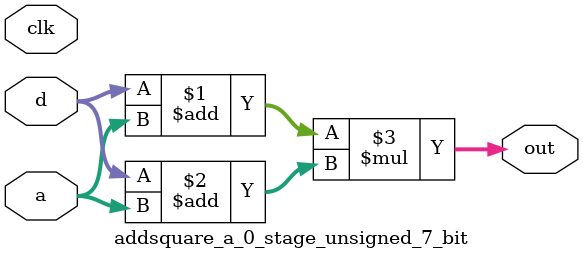
<source format=sv>
(* use_dsp = "yes" *) module addsquare_a_0_stage_unsigned_7_bit(
	input  [6:0] a,
	input  [6:0] d,
	output [6:0] out,
	input clk);

	assign out = (d + a) * (d + a);
endmodule

</source>
